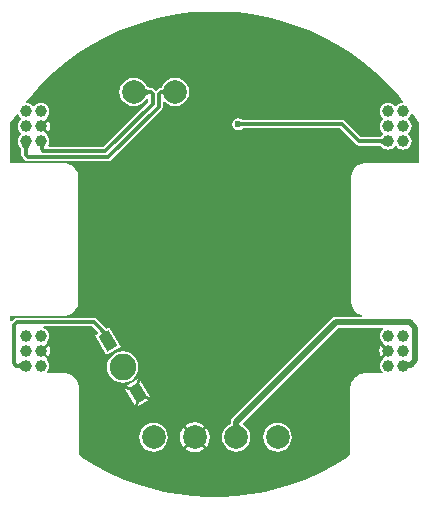
<source format=gbl>
G04*
G04 #@! TF.GenerationSoftware,Altium Limited,Altium Designer,20.1.8 (145)*
G04*
G04 Layer_Physical_Order=2*
G04 Layer_Color=16711680*
%FSTAX43Y43*%
%MOMM*%
G71*
G04*
G04 #@! TF.SameCoordinates,537F8B80-04C9-421A-AACB-049029105C53*
G04*
G04*
G04 #@! TF.FilePolarity,Positive*
G04*
G01*
G75*
%ADD19C,0.300*%
%ADD20C,0.500*%
%ADD21C,2.000*%
%ADD22C,1.000*%
%ADD23C,2.250*%
%ADD24C,0.600*%
G04:AMPARAMS|DCode=25|XSize=1.5mm|YSize=1mm|CornerRadius=0mm|HoleSize=0mm|Usage=FLASHONLY|Rotation=300.000|XOffset=0mm|YOffset=0mm|HoleType=Round|Shape=Rectangle|*
%AMROTATEDRECTD25*
4,1,4,-0.808,0.400,0.058,0.900,0.808,-0.400,-0.058,-0.900,-0.808,0.400,0.0*
%
%ADD25ROTATEDRECTD25*%

G36*
X0101128Y0111041D02*
X010112Y0111063D01*
X0101109Y0111082D01*
X0101093Y0111099D01*
X0101074Y0111113D01*
X0101051Y0111126D01*
X0101023Y0111136D01*
X0100992Y0111144D01*
X0100957Y0111149D01*
X0100918Y0111153D01*
X0100875Y0111154D01*
Y0111454D01*
X0100919Y0111455D01*
X010096Y0111458D01*
X0100996Y0111464D01*
X0101029Y0111472D01*
X0101058Y0111482D01*
X0101082Y0111494D01*
X0101103Y0111508D01*
X010112Y0111525D01*
X0101132Y0111544D01*
X0101141Y0111565D01*
X0101128Y0111041D01*
D02*
G37*
G36*
X0099498Y0111731D02*
X0099544Y0111673D01*
X0099593Y0111622D01*
X0099645Y0111577D01*
X00997Y0111539D01*
X0099759Y0111509D01*
X009982Y0111485D01*
X0099885Y0111468D01*
X0099952Y0111457D01*
X0100023Y0111454D01*
Y0111154D01*
X0099954Y0111151D01*
X0099888Y011114D01*
X0099825Y0111123D01*
X0099765Y0111098D01*
X0099709Y0111067D01*
X0099657Y0111029D01*
X0099607Y0110983D01*
X0099561Y0110931D01*
X0099519Y0110872D01*
X009948Y0110806D01*
X0099455Y0111796D01*
X0099498Y0111731D01*
D02*
G37*
G36*
X010737Y011802D02*
X010865Y0117859D01*
X0109917Y0117619D01*
X0111167Y0117299D01*
X0112394Y0116902D01*
X0113593Y0116428D01*
X0114761Y011588D01*
X0115892Y011526D01*
X0116982Y011457D01*
X0118026Y0113814D01*
X0119021Y0112993D01*
X0119962Y0112111D01*
X0120847Y0111173D01*
X0121428Y0110473D01*
X0121367Y0110347D01*
X0121236Y011033D01*
X0121066Y0110259D01*
X0120919Y0110147D01*
X0120862Y0110073D01*
X0120705D01*
X0120648Y0110147D01*
X0120502Y0110259D01*
X0120331Y011033D01*
X0120149Y0110354D01*
X0119966Y011033D01*
X0119796Y0110259D01*
X0119649Y0110147D01*
X0119537Y0110001D01*
X0119467Y010983D01*
X0119443Y0109648D01*
X0119467Y0109465D01*
X0119537Y0109295D01*
X0119649Y0109148D01*
X0119724Y0109091D01*
Y0108934D01*
X0119649Y0108877D01*
X0119537Y0108731D01*
X0119467Y010856D01*
X0119443Y0108378D01*
X0119467Y0108195D01*
X0119537Y0108025D01*
X0119649Y0107878D01*
X0119724Y0107821D01*
Y0107664D01*
X0119649Y0107607D01*
X011964Y0107595D01*
X0119615Y0107571D01*
X0119585Y0107546D01*
X0119556Y0107524D01*
X0119528Y0107506D01*
X0119501Y0107492D01*
X0119475Y0107481D01*
X0119449Y0107472D01*
X0119423Y0107467D01*
X0119409Y0107465D01*
X0117793D01*
X0116451Y0108806D01*
X0116336Y0108884D01*
X0116199Y0108911D01*
X0107832D01*
X0107826Y0108912D01*
X0107812Y0108914D01*
X010781Y0108914D01*
X0107809Y0108914D01*
X0107644Y0109025D01*
X0107449Y0109064D01*
X0107254Y0109025D01*
X0107089Y0108914D01*
X0106978Y0108749D01*
X0106939Y0108554D01*
X0106978Y0108359D01*
X0107089Y0108194D01*
X0107254Y0108083D01*
X0107449Y0108044D01*
X0107644Y0108083D01*
X0107809Y0108194D01*
X010781Y0108194D01*
X0107812Y0108194D01*
X0107823Y0108196D01*
X0107837Y0108197D01*
X0116051D01*
X0117393Y0106855D01*
X0117509Y0106778D01*
X0117645Y0106751D01*
X0119409D01*
X0119423Y0106749D01*
X0119449Y0106743D01*
X0119475Y0106735D01*
X0119501Y0106723D01*
X0119528Y0106709D01*
X0119556Y0106691D01*
X0119585Y010667D01*
X0119615Y0106644D01*
X011964Y010662D01*
X0119649Y0106608D01*
X0119796Y0106496D01*
X0119966Y0106426D01*
X0120149Y0106402D01*
X0120331Y0106426D01*
X0120502Y0106496D01*
X0120648Y0106608D01*
X0120705Y0106683D01*
X0120862D01*
X0120919Y0106608D01*
X0121066Y0106496D01*
X0121236Y0106426D01*
X0121419Y0106402D01*
X0121601Y0106426D01*
X0121772Y0106496D01*
X0121918Y0106608D01*
X012203Y0106755D01*
X0122101Y0106925D01*
X0122125Y0107108D01*
X0122101Y010729D01*
X012203Y0107461D01*
X0121918Y0107607D01*
X0121844Y0107664D01*
Y0107821D01*
X0121918Y0107878D01*
X012203Y0108025D01*
X0122101Y0108195D01*
X0122125Y0108378D01*
X0122101Y010856D01*
X012203Y0108731D01*
X0121918Y0108877D01*
X0121844Y0108934D01*
Y0109091D01*
X0121918Y0109148D01*
X012203Y0109295D01*
X0122077Y0109407D01*
X0122218Y0109429D01*
X012243Y0109138D01*
X0122745Y0108644D01*
Y0105258D01*
X0118199D01*
X0118194Y0105257D01*
X0118189Y0105258D01*
X0118091Y0105253D01*
X0118076Y0105249D01*
X0118061D01*
X0117869Y0105211D01*
X011785Y0105203D01*
X0117831Y0105199D01*
X011765Y0105124D01*
X0117633Y0105113D01*
X0117614Y0105105D01*
X0117451Y0104997D01*
X0117437Y0104982D01*
X011742Y0104971D01*
X0117282Y0104833D01*
X0117271Y0104816D01*
X0117256Y0104802D01*
X0117148Y0104639D01*
X011714Y010462D01*
X0117129Y0104603D01*
X0117054Y0104422D01*
X011705Y0104403D01*
X0117042Y0104384D01*
X0117004Y0104192D01*
Y0104177D01*
X0117Y0104162D01*
X0116995Y0104064D01*
X0116996Y0104059D01*
X0116995Y0104054D01*
Y0093554D01*
X0116996Y0093549D01*
X0116995Y0093544D01*
X0117Y0093446D01*
X0117004Y0093431D01*
Y0093416D01*
X0117042Y0093224D01*
X011705Y0093205D01*
X0117054Y0093186D01*
X0117129Y0093005D01*
X011714Y0092988D01*
X0117148Y0092969D01*
X0117256Y0092806D01*
X0117271Y0092792D01*
X0117282Y0092775D01*
X011742Y0092637D01*
X0117437Y0092626D01*
X0117451Y0092611D01*
X0117614Y0092503D01*
X0117633Y0092495D01*
X011765Y0092484D01*
X0117831Y0092409D01*
X011785Y0092405D01*
X0117869Y0092397D01*
X0117905Y009239D01*
X0117893Y0092263D01*
X0115699D01*
X0115523Y0092228D01*
X0115375Y0092128D01*
X010695Y0083703D01*
X010685Y0083555D01*
X0106815Y0083379D01*
Y0083266D01*
X0106811Y0083228D01*
X0106804Y0083194D01*
X0106798Y0083169D01*
X0106792Y0083154D01*
X010679Y0083152D01*
X0106669Y0083102D01*
X0106418Y008291D01*
X0106226Y0082659D01*
X0106105Y0082367D01*
X0106064Y0082054D01*
X0106105Y0081741D01*
X0106226Y0081449D01*
X0106418Y0081198D01*
X0106669Y0081006D01*
X0106961Y0080885D01*
X0107274Y0080844D01*
X0107587Y0080885D01*
X0107879Y0081006D01*
X010813Y0081198D01*
X0108322Y0081449D01*
X0108443Y0081741D01*
X0108484Y0082054D01*
X0108443Y0082367D01*
X0108322Y0082659D01*
X010813Y008291D01*
X0107879Y0083102D01*
X0107841Y0083118D01*
X0107812Y0083268D01*
X0115889Y0091345D01*
X0119699D01*
X0119742Y0091218D01*
X0119649Y0091147D01*
X0119537Y0091001D01*
X0119467Y009083D01*
X0119443Y0090648D01*
X0119467Y0090465D01*
X0119537Y0090295D01*
X0119649Y0090148D01*
X0119678Y0090127D01*
Y0090028D01*
X0120239Y0089468D01*
X0120149Y0089378D01*
X0120239Y0089288D01*
X0119678Y0088727D01*
Y0088629D01*
X0119649Y0088607D01*
X0119537Y0088461D01*
X0119467Y008829D01*
X0119443Y0088108D01*
X0119467Y0087925D01*
X0119537Y0087755D01*
X0119649Y0087608D01*
X011968Y0087585D01*
X0119637Y0087458D01*
X0118149D01*
X0118144Y0087457D01*
X0118139Y0087458D01*
X0118041Y0087453D01*
X0118026Y0087449D01*
X0118011D01*
X0117819Y0087411D01*
X01178Y0087403D01*
X0117781Y0087399D01*
X01176Y0087324D01*
X0117583Y0087313D01*
X0117564Y0087305D01*
X0117401Y0087197D01*
X0117387Y0087182D01*
X011737Y0087171D01*
X0117232Y0087033D01*
X0117221Y0087016D01*
X0117206Y0087002D01*
X0117098Y0086839D01*
X011709Y008682D01*
X0117079Y0086803D01*
X0117004Y0086622D01*
X0117Y0086603D01*
X0116992Y0086584D01*
X0116954Y0086392D01*
Y0086377D01*
X011695Y0086362D01*
X0116945Y0086264D01*
X0116946Y0086259D01*
X0116945Y0086254D01*
Y0080525D01*
X0116525Y0080238D01*
X0115468Y0079606D01*
X0114375Y0079038D01*
X011325Y0078536D01*
X0112097Y0078103D01*
X011092Y007774D01*
X0109723Y0077448D01*
X0108511Y0077228D01*
X0107288Y0077081D01*
X0106058Y0077008D01*
X0104826Y0077008D01*
X0103597Y0077082D01*
X0102374Y007723D01*
X0101162Y0077451D01*
X0099965Y0077744D01*
X0098788Y0078108D01*
X0097635Y0078542D01*
X0096511Y0079044D01*
X0095418Y0079613D01*
X0094361Y0080246D01*
X0093941Y0080533D01*
Y0086262D01*
X009394Y0086267D01*
X0093941Y0086272D01*
X0093936Y008637D01*
X0093933Y0086385D01*
Y00864D01*
X0093894Y0086592D01*
X0093887Y0086611D01*
X0093883Y008663D01*
X0093808Y0086811D01*
X0093797Y0086828D01*
X0093789Y0086847D01*
X009368Y008701D01*
X0093666Y0087024D01*
X0093655Y008704D01*
X0093516Y0087179D01*
X0093499Y008719D01*
X0093485Y0087204D01*
X0093322Y0087313D01*
X0093304Y0087321D01*
X0093287Y0087332D01*
X0093106Y0087407D01*
X0093086Y0087411D01*
X0093068Y0087419D01*
X0092875Y0087457D01*
X009286D01*
X0092846Y0087461D01*
X0092748Y0087466D01*
X0092743Y0087465D01*
X0092738Y0087466D01*
X0091271D01*
X0091228Y0087593D01*
X0091248Y0087608D01*
X009136Y0087755D01*
X0091431Y0087925D01*
X0091455Y0088108D01*
X0091431Y008829D01*
X009136Y0088461D01*
X0091248Y0088607D01*
X009122Y0088629D01*
Y0088727D01*
X0090659Y0089288D01*
X0090749Y0089378D01*
X0090659Y0089468D01*
X009122Y0090028D01*
Y0090127D01*
X0091248Y0090148D01*
X009136Y0090295D01*
X0091431Y0090465D01*
X0091455Y0090648D01*
X0091431Y009083D01*
X009136Y0091001D01*
X0091248Y0091147D01*
X0091102Y0091259D01*
X0090931Y009133D01*
X0090963Y0091447D01*
X0095051D01*
X0095564Y0090934D01*
X0095548Y0090808D01*
X0095318Y0090675D01*
X0096268Y008903D01*
X009748Y008973D01*
X009653Y0091375D01*
X0096292Y0091238D01*
X0096284Y0091241D01*
X0096263Y0091254D01*
X0096238Y0091272D01*
X0096222Y0091285D01*
X0095451Y0092056D01*
X0095336Y0092134D01*
X0095199Y0092161D01*
X0088699D01*
X0088562Y0092134D01*
X0088447Y0092056D01*
X0088268Y0091878D01*
X0088141Y0091931D01*
Y009235D01*
X0092699D01*
X0092704Y0092351D01*
X0092709Y009235D01*
X0092807Y0092355D01*
X0092822Y0092359D01*
X0092837D01*
X0093029Y0092397D01*
X0093048Y0092405D01*
X0093067Y0092409D01*
X0093248Y0092484D01*
X0093265Y0092495D01*
X0093284Y0092503D01*
X0093447Y0092611D01*
X0093461Y0092626D01*
X0093478Y0092637D01*
X0093616Y0092775D01*
X0093627Y0092792D01*
X0093642Y0092806D01*
X009375Y0092969D01*
X0093758Y0092988D01*
X0093769Y0093005D01*
X0093844Y0093186D01*
X0093848Y0093205D01*
X0093856Y0093224D01*
X0093894Y0093416D01*
Y0093431D01*
X0093898Y0093446D01*
X0093903Y0093544D01*
X0093902Y0093549D01*
X0093903Y0093554D01*
Y0104054D01*
X0093902Y0104059D01*
X0093903Y0104064D01*
X0093898Y0104162D01*
X0093894Y0104177D01*
Y0104192D01*
X0093856Y0104384D01*
X0093848Y0104403D01*
X0093844Y0104422D01*
X0093769Y0104603D01*
X0093758Y010462D01*
X009375Y0104639D01*
X0093642Y0104802D01*
X0093627Y0104816D01*
X0093616Y0104833D01*
X0093478Y0104971D01*
X0093461Y0104982D01*
X0093447Y0104997D01*
X0093284Y0105105D01*
X0093265Y0105113D01*
X0093248Y0105124D01*
X0093067Y0105199D01*
X0093048Y0105203D01*
X0093029Y0105211D01*
X0092837Y0105249D01*
X0092822D01*
X0092807Y0105253D01*
X0092709Y0105258D01*
X0092704Y0105257D01*
X0092699Y0105258D01*
X0088141D01*
Y0108626D01*
X0088456Y010912D01*
X0088679Y0109428D01*
X0088821Y0109407D01*
X0088867Y0109295D01*
X0088979Y0109148D01*
X0089054Y0109091D01*
Y0108934D01*
X0088979Y0108877D01*
X0088867Y0108731D01*
X0088797Y010856D01*
X0088773Y0108378D01*
X0088797Y0108195D01*
X0088867Y0108025D01*
X0088979Y0107878D01*
X0089054Y0107821D01*
Y0107664D01*
X0088979Y0107607D01*
X0088867Y0107461D01*
X0088797Y010729D01*
X0088773Y0107108D01*
X0088797Y0106925D01*
X0088867Y0106755D01*
X0088947Y0106651D01*
X0088953Y0106639D01*
X0088977Y0106612D01*
X0088979Y0106608D01*
X008898Y0106608D01*
X0088986Y0106601D01*
X0089011Y0106569D01*
X0089032Y0106537D01*
X008905Y0106506D01*
X0089065Y0106476D01*
X0089076Y0106448D01*
X0089084Y010642D01*
X008909Y0106394D01*
X0089092Y010638D01*
Y010598D01*
X0089119Y0105843D01*
X0089197Y0105727D01*
X0089372Y0105552D01*
X0089488Y0105474D01*
X0089625Y0105447D01*
X0096449D01*
X0096586Y0105474D01*
X0096701Y0105552D01*
X0100951Y0109802D01*
X0101029Y0109917D01*
X0101056Y0110054D01*
Y011047D01*
X0101176Y0110511D01*
X0101243Y0110423D01*
X0101494Y0110231D01*
X0101786Y011011D01*
X0102099Y0110069D01*
X0102412Y011011D01*
X0102704Y0110231D01*
X0102955Y0110423D01*
X0103147Y0110674D01*
X0103268Y0110966D01*
X0103309Y0111279D01*
X0103268Y0111592D01*
X0103147Y0111884D01*
X0102955Y0112135D01*
X0102704Y0112327D01*
X0102412Y0112448D01*
X0102099Y0112489D01*
X0101786Y0112448D01*
X0101494Y0112327D01*
X0101243Y0112135D01*
X0101051Y0111884D01*
X010096Y0111665D01*
X0100957Y0111664D01*
X0100936Y0111661D01*
X0100933Y0111661D01*
X0100875D01*
X0100738Y0111634D01*
X0100622Y0111556D01*
X0100449Y0111383D01*
X0100276Y0111556D01*
X010016Y0111634D01*
X0100023Y0111661D01*
X0099971D01*
X0099926Y0111668D01*
X0099883Y0111679D01*
X0099843Y0111695D01*
X0099806Y0111715D01*
X0099769Y0111739D01*
X0099733Y011177D01*
X0099698Y0111807D01*
X0099663Y0111851D01*
X0099658Y0111859D01*
X0099647Y0111884D01*
X0099455Y0112135D01*
X0099204Y0112327D01*
X0098912Y0112448D01*
X0098599Y0112489D01*
X0098286Y0112448D01*
X0097994Y0112327D01*
X0097743Y0112135D01*
X0097551Y0111884D01*
X009743Y0111592D01*
X0097389Y0111279D01*
X009743Y0110966D01*
X0097551Y0110674D01*
X0097743Y0110423D01*
X0097994Y0110231D01*
X0098286Y011011D01*
X0098599Y0110069D01*
X0098912Y011011D01*
X0099204Y0110231D01*
X0099455Y0110423D01*
X0099647Y0110674D01*
X0099661Y0110706D01*
X0099715Y0110742D01*
X0099842Y0110675D01*
Y0110452D01*
X0096051Y0106661D01*
X0091432D01*
X0091374Y0106788D01*
X0091431Y0106925D01*
X0091455Y0107108D01*
X0091431Y010729D01*
X009136Y0107461D01*
X0091248Y0107607D01*
X009122Y0107629D01*
Y0107727D01*
X0090659Y0108288D01*
X0090749Y0108378D01*
X0090659Y0108468D01*
X009122Y0109028D01*
Y0109127D01*
X0091248Y0109148D01*
X009136Y0109295D01*
X0091431Y0109465D01*
X0091455Y0109648D01*
X0091431Y010983D01*
X009136Y0110001D01*
X0091248Y0110147D01*
X0091102Y0110259D01*
X0090931Y011033D01*
X0090749Y0110354D01*
X0090566Y011033D01*
X0090396Y0110259D01*
X0090249Y0110147D01*
X0090192Y0110073D01*
X0090035D01*
X0089978Y0110147D01*
X0089832Y0110259D01*
X0089661Y011033D01*
X0089531Y0110347D01*
X0089471Y0110473D01*
X0090037Y0111157D01*
X009092Y0112096D01*
X0091861Y0112979D01*
X0092855Y0113801D01*
X0093899Y0114558D01*
X0094988Y0115249D01*
X0096118Y011587D01*
X0097285Y011642D01*
X0098484Y0116894D01*
X0099711Y0117293D01*
X010096Y0117614D01*
X0102227Y0117856D01*
X0103506Y0118018D01*
X0104793Y01181D01*
X0106083Y01181D01*
X010737Y011802D01*
D02*
G37*
G36*
X0107676Y0108753D02*
X0107691Y0108742D01*
X0107708Y0108733D01*
X0107728Y0108726D01*
X0107749Y0108719D01*
X0107773Y0108714D01*
X0107798Y0108709D01*
X0107826Y0108706D01*
X0107889Y0108704D01*
Y0108404D01*
X0107857Y0108403D01*
X0107798Y0108399D01*
X0107773Y0108394D01*
X0107749Y0108389D01*
X0107728Y0108382D01*
X0107708Y0108375D01*
X0107691Y0108366D01*
X0107676Y0108355D01*
X0107663Y0108344D01*
Y0108764D01*
X0107676Y0108753D01*
D02*
G37*
G36*
X0119792Y0106758D02*
X0119752Y0106796D01*
X0119712Y010683D01*
X0119672Y010686D01*
X011963Y0106886D01*
X0119589Y0106908D01*
X0119546Y0106926D01*
X0119504Y010694D01*
X011946Y010695D01*
X0119416Y0106956D01*
X0119372Y0106958D01*
Y0107258D01*
X0119416Y010726D01*
X011946Y0107266D01*
X0119504Y0107276D01*
X0119546Y010729D01*
X0119589Y0107308D01*
X011963Y010733D01*
X0119672Y0107356D01*
X0119712Y0107386D01*
X0119752Y010742D01*
X0119792Y0107458D01*
Y0106758D01*
D02*
G37*
G36*
X0090964Y0106655D02*
X009096Y0106647D01*
X0090957Y0106636D01*
X0090954Y0106621D01*
X0090951Y0106603D01*
X0090947Y0106555D01*
X0090945Y0106458D01*
X0090645D01*
X0090645Y0106488D01*
X0090638Y010658D01*
X0090635Y0106595D01*
X0090631Y0106607D01*
X0090626Y0106616D01*
X0090621Y0106623D01*
X0090615Y0106626D01*
X0090969Y0106659D01*
X0090964Y0106655D01*
D02*
G37*
G36*
X0089807Y010673D02*
X0089767Y0106694D01*
X0089732Y0106656D01*
X0089701Y0106618D01*
X0089674Y0106578D01*
X0089651Y0106538D01*
X0089632Y0106497D01*
X0089618Y0106455D01*
X0089607Y0106411D01*
X0089601Y0106367D01*
X0089599Y0106322D01*
X0089299Y0106341D01*
X0089297Y0106385D01*
X0089291Y0106429D01*
X0089282Y0106472D01*
X0089268Y0106516D01*
X0089251Y0106559D01*
X008923Y0106602D01*
X0089205Y0106645D01*
X0089177Y0106687D01*
X0089144Y010673D01*
X0089108Y0106772D01*
X0089807Y010673D01*
D02*
G37*
G36*
X0096071Y0091146D02*
X0096112Y0091112D01*
X009615Y0091084D01*
X0096188Y0091061D01*
X0096223Y0091045D01*
X0096257Y0091034D01*
X009629Y0091029D01*
X0096321Y009103D01*
X009635Y0091036D01*
X0096377Y0091049D01*
X0095839Y0090738D01*
X0095863Y0090755D01*
X0095879Y0090775D01*
X0095889Y0090797D01*
X0095892Y0090823D01*
X0095887Y009085D01*
X0095876Y0090881D01*
X0095857Y0090914D01*
X0095832Y009095D01*
X00958Y0090989D01*
X009576Y0091031D01*
X0096029Y0091186D01*
X0096071Y0091146D01*
D02*
G37*
G36*
X0089122Y0087758D02*
X0089082Y0087796D01*
X0089042Y008783D01*
X0089002Y008786D01*
X008896Y0087886D01*
X0088919Y0087908D01*
X0088876Y0087926D01*
X0088834Y008794D01*
X008879Y008795D01*
X0088746Y0087956D01*
X0088702Y0087958D01*
Y0088258D01*
X0088746Y008826D01*
X008879Y0088266D01*
X0088834Y0088276D01*
X0088876Y008829D01*
X0088919Y0088308D01*
X008896Y008833D01*
X0089002Y0088356D01*
X0089042Y0088386D01*
X0089082Y008842D01*
X0089122Y0088458D01*
Y0087758D01*
D02*
G37*
G36*
X0107525Y0083313D02*
X0107536Y0083197D01*
X0107545Y0083149D01*
X0107556Y0083106D01*
X0107571Y0083069D01*
X0107587Y0083038D01*
X0107607Y0083012D01*
X0107629Y0082993D01*
X0107653Y0082979D01*
X0106895D01*
X0106919Y0082993D01*
X0106941Y0083012D01*
X0106961Y0083038D01*
X0106978Y0083069D01*
X0106992Y0083106D01*
X0107003Y0083149D01*
X0107012Y0083197D01*
X0107019Y0083252D01*
X0107023Y0083313D01*
X0107024Y0083379D01*
X0107524D01*
X0107525Y0083313D01*
D02*
G37*
%LPC*%
G36*
X0091364Y0108814D02*
X0090928Y0108378D01*
X0091364Y0107942D01*
X0091407Y0107997D01*
X0091483Y0108181D01*
X0091509Y0108378D01*
X0091483Y0108575D01*
X0091407Y0108758D01*
X0091364Y0108814D01*
D02*
G37*
G36*
Y0089814D02*
X0090928Y0089378D01*
X0091364Y0088942D01*
X0091407Y0088997D01*
X0091483Y0089181D01*
X0091509Y0089378D01*
X0091483Y0089575D01*
X0091407Y0089758D01*
X0091364Y0089814D01*
D02*
G37*
G36*
X0119533Y0089814D02*
X011949Y0089758D01*
X0119414Y0089575D01*
X0119388Y0089378D01*
X0119414Y0089181D01*
X011949Y0088997D01*
X0119533Y0088942D01*
X0119969Y0089378D01*
X0119533Y0089814D01*
D02*
G37*
G36*
X0097661Y0089352D02*
X0097316Y0089307D01*
X0096993Y0089173D01*
X0096716Y0088961D01*
X0096504Y0088684D01*
X0096371Y0088362D01*
X0096325Y0088016D01*
X0096371Y008767D01*
X0096504Y0087348D01*
X0096716Y0087071D01*
X0096993Y0086858D01*
X0097316Y0086725D01*
X0097661Y0086679D01*
X0098007Y0086725D01*
X009833Y0086858D01*
X0098606Y0087071D01*
X0098819Y0087348D01*
X0098952Y008767D01*
X0098998Y0088016D01*
X0098952Y0088362D01*
X0098819Y0088684D01*
X0098606Y0088961D01*
X009833Y0089173D01*
X0098007Y0089307D01*
X0097661Y0089352D01*
D02*
G37*
G36*
X0098919Y0086986D02*
X0097925Y0086411D01*
X0098709Y0086201D01*
X0098919Y0086986D01*
D02*
G37*
G36*
X0099165Y008692D02*
X0098922Y0086013D01*
X0098799Y0086046D01*
X0098766Y0085923D01*
X0097859Y0086166D01*
X0098683Y0084738D01*
X0098926Y0085645D01*
X0099049Y0085612D01*
X0099082Y0085735D01*
X0099989Y0085492D01*
X0099165Y008692D01*
D02*
G37*
G36*
X0099139Y0085457D02*
X0098929Y0084672D01*
X0099923Y0085247D01*
X0099139Y0085457D01*
D02*
G37*
G36*
X0103774Y0083319D02*
X0103447Y0083276D01*
X0103142Y0083149D01*
X0102981Y0083026D01*
X0103774Y0082234D01*
X0104567Y0083026D01*
X0104406Y0083149D01*
X0104101Y0083276D01*
X0103774Y0083319D01*
D02*
G37*
G36*
X0102802Y0082847D02*
X0102679Y0082686D01*
X0102552Y0082381D01*
X0102509Y0082054D01*
X0102552Y0081727D01*
X0102679Y0081422D01*
X0102802Y0081261D01*
X0103594Y0082054D01*
X0102802Y0082847D01*
D02*
G37*
G36*
X0104746Y0082847D02*
X0103954Y0082054D01*
X0104746Y0081261D01*
X0104869Y0081422D01*
X0104996Y0081727D01*
X0105039Y0082054D01*
X0104996Y0082381D01*
X0104869Y0082686D01*
X0104746Y0082847D01*
D02*
G37*
G36*
X0110774Y0083264D02*
X0110461Y0083223D01*
X0110169Y0083102D01*
X0109918Y008291D01*
X0109726Y0082659D01*
X0109605Y0082367D01*
X0109564Y0082054D01*
X0109605Y0081741D01*
X0109726Y0081449D01*
X0109918Y0081198D01*
X0110169Y0081006D01*
X0110461Y0080885D01*
X0110774Y0080844D01*
X0111087Y0080885D01*
X0111379Y0081006D01*
X011163Y0081198D01*
X0111822Y0081449D01*
X0111943Y0081741D01*
X0111984Y0082054D01*
X0111943Y0082367D01*
X0111822Y0082659D01*
X011163Y008291D01*
X0111379Y0083102D01*
X0111087Y0083223D01*
X0110774Y0083264D01*
D02*
G37*
G36*
X0100274D02*
X0099961Y0083223D01*
X0099669Y0083102D01*
X0099418Y008291D01*
X0099226Y0082659D01*
X0099105Y0082367D01*
X0099064Y0082054D01*
X0099105Y0081741D01*
X0099226Y0081449D01*
X0099418Y0081198D01*
X0099669Y0081006D01*
X0099961Y0080885D01*
X0100274Y0080844D01*
X0100587Y0080885D01*
X0100879Y0081006D01*
X010113Y0081198D01*
X0101322Y0081449D01*
X0101443Y0081741D01*
X0101484Y0082054D01*
X0101443Y0082367D01*
X0101322Y0082659D01*
X010113Y008291D01*
X0100879Y0083102D01*
X0100587Y0083223D01*
X0100274Y0083264D01*
D02*
G37*
G36*
X0103774Y0081874D02*
X0102981Y0081082D01*
X0103142Y0080959D01*
X0103447Y0080832D01*
X0103774Y0080789D01*
X0104101Y0080832D01*
X0104406Y0080959D01*
X0104567Y0081082D01*
X0103774Y0081874D01*
D02*
G37*
%LPD*%
D19*
X0116199Y0108554D02*
X0117645Y0107108D01*
X0120149D01*
X0107449Y0108554D02*
X0116199D01*
X0096199Y0106304D02*
X0100199Y0110304D01*
X0098624Y0111304D02*
X0100023D01*
X0100199Y0111128D01*
Y0110304D02*
Y0111128D01*
X0098599Y0111279D02*
X0098624Y0111304D01*
X0096449Y0105804D02*
X0100699Y0110054D01*
X0089625Y0105804D02*
X0096449D01*
X0089449Y010598D02*
Y0107078D01*
Y010598D02*
X0089625Y0105804D01*
X0089449Y0107078D02*
X0089479Y0107108D01*
X0090749D02*
X0090795Y0107061D01*
Y0106458D02*
Y0107061D01*
Y0106458D02*
X0090949Y0106304D01*
X0096199D01*
X0101949Y0111304D02*
X0102074D01*
X0100875D02*
X0101949D01*
X0100699Y0111128D02*
X0100875Y0111304D01*
X0100699Y0110054D02*
Y0111128D01*
X0102074Y0111304D02*
X0102099Y0111279D01*
X0096399Y0090202D02*
Y0090604D01*
X0095199Y0091804D02*
X0096399Y0090604D01*
X0088699Y0091804D02*
X0095199D01*
X0088449Y0088304D02*
Y0091554D01*
X0088699Y0091804D01*
X0088645Y0088108D02*
X0089479D01*
X0088449Y0088304D02*
X0088645Y0088108D01*
D20*
X0107274Y0081604D02*
Y0083379D01*
X0115699Y0091804D01*
X0121949D01*
X0122449Y0088554D02*
Y0091304D01*
X0121419Y0088108D02*
X0121485Y0088174D01*
X0122069D01*
X0122449Y0088554D01*
X0121949Y0091804D02*
X0122449Y0091304D01*
D21*
X0098599Y0111279D02*
D03*
X0102099D02*
D03*
X0103774Y0082054D02*
D03*
X0100274D02*
D03*
X0107274D02*
D03*
X0110774D02*
D03*
D22*
X0089479Y0090648D02*
D03*
X0090749D02*
D03*
X0089479Y0089378D02*
D03*
X0090749D02*
D03*
X0089479Y0088108D02*
D03*
X0090749D02*
D03*
X0089479Y0109648D02*
D03*
X0090749D02*
D03*
X0089479Y0108378D02*
D03*
X0090749D02*
D03*
X0089479Y0107108D02*
D03*
X0090749D02*
D03*
X0120149Y0090648D02*
D03*
X0121419D02*
D03*
X0120149Y0089378D02*
D03*
X0121419D02*
D03*
X0120149Y0088108D02*
D03*
X0121419D02*
D03*
X0120149Y0109648D02*
D03*
X0121419D02*
D03*
X0120149Y0108378D02*
D03*
X0121419D02*
D03*
X0120149Y0107108D02*
D03*
X0121419D02*
D03*
D23*
X0097661Y0088016D02*
D03*
D24*
X0107449Y0108554D02*
D03*
D25*
X0096399Y0090202D02*
D03*
X0098924Y0085829D02*
D03*
M02*

</source>
